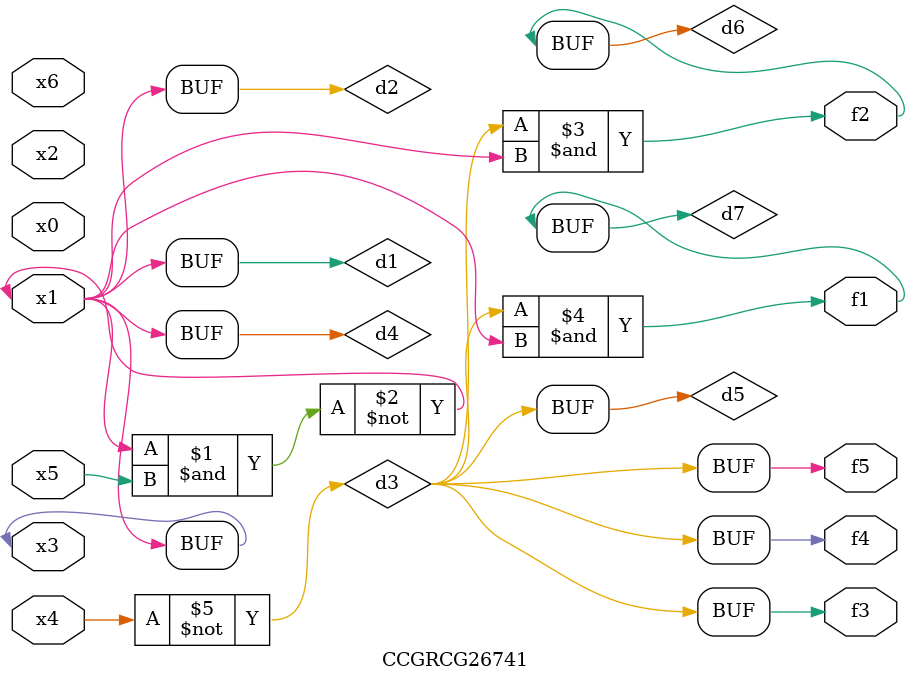
<source format=v>
module CCGRCG26741(
	input x0, x1, x2, x3, x4, x5, x6,
	output f1, f2, f3, f4, f5
);

	wire d1, d2, d3, d4, d5, d6, d7;

	buf (d1, x1, x3);
	nand (d2, x1, x5);
	not (d3, x4);
	buf (d4, d1, d2);
	buf (d5, d3);
	and (d6, d3, d4);
	and (d7, d3, d4);
	assign f1 = d7;
	assign f2 = d6;
	assign f3 = d5;
	assign f4 = d5;
	assign f5 = d5;
endmodule

</source>
